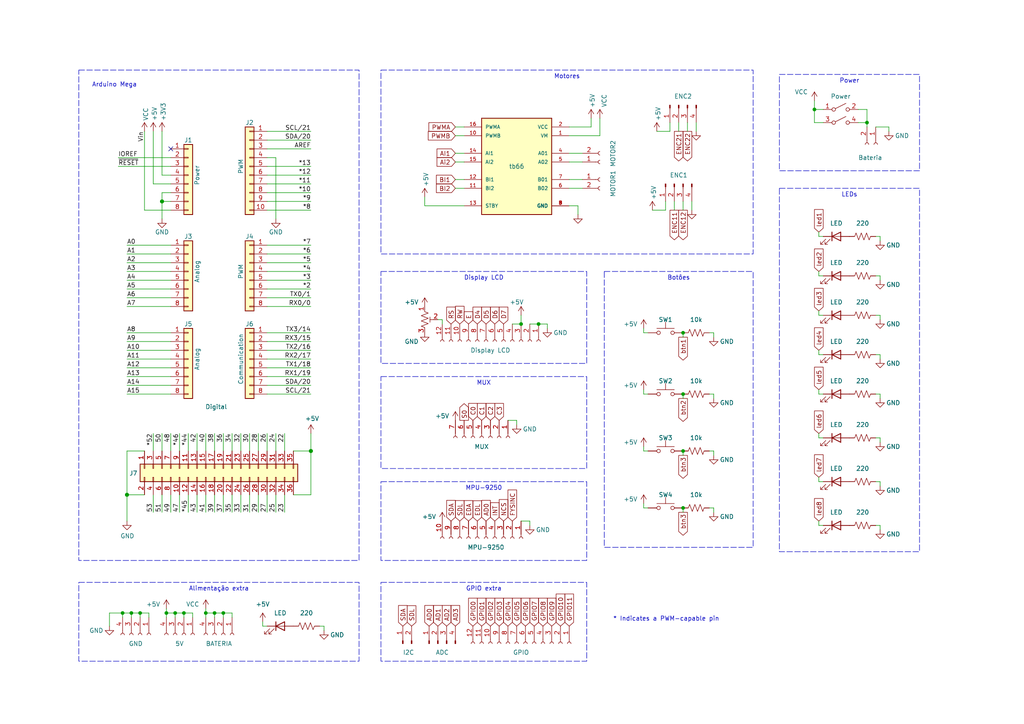
<source format=kicad_sch>
(kicad_sch (version 20230121) (generator eeschema)
  (paper "A4")
  (title_block (title "MOUSE ROBOT") (date "mar. 31 mars 2015"))
  (junction (at 36.83 143.51) (diameter 1.016))
  (junction (at 198.12 114.3))
  (junction (at 40.64 177.8))
  (junction (at 38.1 177.8))
  (junction (at 198.12 96.52))
  (junction (at 46.99 58.42) (diameter 1.016))
  (junction (at 50.8 177.8))
  (junction (at 62.23 177.8))
  (junction (at 236.22 31.75))
  (junction (at 151.13 93.98))
  (junction (at 53.34 177.8))
  (junction (at 35.56 177.8))
  (junction (at 64.77 177.8))
  (junction (at 59.69 177.8))
  (junction (at 48.26 177.8))
  (junction (at 156.21 93.98))
  (junction (at 198.12 147.32))
  (junction (at 198.12 130.81))
  (junction (at 251.46 35.56))
  (junction (at 90.17 130.81) (diameter 1.016))
  (no_connect (at 49.53 43.18))
  (wire (pts (xy 92.71 181.61) (xy 93.98 181.61)))
  (wire (pts (xy 77.47 88.9) (xy 90.17 88.9)))
  (wire (pts (xy 207.01 130.81) (xy 207.01 132.08)))
  (wire (pts (xy 132.08 39.37) (xy 134.62 39.37)))
  (wire (pts (xy 31.75 181.61) (xy 31.75 177.8)))
  (wire (pts (xy 36.83 88.9) (xy 49.53 88.9)))
  (wire (pts (xy 153.67 152.4) (xy 153.67 151.13)))
  (wire (pts (xy 237.49 113.03) (xy 237.49 114.3)))
  (wire (pts (xy 64.77 177.8) (xy 62.23 177.8)))
  (wire (pts (xy 198.12 132.08) (xy 198.12 130.81)))
  (wire (pts (xy 77.47 55.88) (xy 90.17 55.88)))
  (wire (pts (xy 59.69 125.73) (xy 59.69 130.81)))
  (wire (pts (xy 158.75 95.25) (xy 158.75 93.98)))
  (wire (pts (xy 186.69 130.81) (xy 187.96 130.81)))
  (wire (pts (xy 31.75 177.8) (xy 35.56 177.8)))
  (wire (pts (xy 237.49 91.44) (xy 238.76 91.44)))
  (wire (pts (xy 77.47 38.1) (xy 90.17 38.1)))
  (wire (pts (xy 62.23 125.73) (xy 62.23 130.81)))
  (wire (pts (xy 237.49 90.17) (xy 237.49 91.44)))
  (wire (pts (xy 194.31 35.56) (xy 194.31 38.1)))
  (wire (pts (xy 237.49 138.43) (xy 237.49 139.7)))
  (wire (pts (xy 255.27 127) (xy 255.27 128.27)))
  (wire (pts (xy 90.17 130.81) (xy 90.17 143.51)))
  (wire (pts (xy 165.1 39.37) (xy 173.99 39.37)))
  (wire (pts (xy 171.45 36.83) (xy 171.45 34.29)))
  (wire (pts (xy 41.91 130.81) (xy 36.83 130.81)))
  (wire (pts (xy 255.27 68.58) (xy 255.27 69.85)))
  (wire (pts (xy 77.47 101.6) (xy 90.17 101.6)))
  (wire (pts (xy 46.99 55.88) (xy 46.99 58.42)))
  (wire (pts (xy 255.27 152.4) (xy 255.27 153.67)))
  (wire (pts (xy 193.04 60.96) (xy 189.23 60.96)))
  (wire (pts (xy 64.77 143.51) (xy 64.77 148.59)))
  (wire (pts (xy 36.83 83.82) (xy 49.53 83.82)))
  (wire (pts (xy 35.56 177.8) (xy 35.56 179.07)))
  (wire (pts (xy 254 80.01) (xy 255.27 80.01)))
  (wire (pts (xy 69.85 125.73) (xy 69.85 130.81)))
  (wire (pts (xy 237.49 114.3) (xy 238.76 114.3)))
  (wire (pts (xy 46.99 125.73) (xy 46.99 130.81)))
  (wire (pts (xy 82.55 125.73) (xy 82.55 130.81)))
  (wire (pts (xy 196.85 35.56) (xy 196.85 38.1)))
  (wire (pts (xy 62.23 179.07) (xy 62.23 177.8)))
  (wire (pts (xy 132.08 36.83) (xy 134.62 36.83)))
  (wire (pts (xy 165.1 44.45) (xy 168.91 44.45)))
  (wire (pts (xy 194.31 38.1) (xy 190.5 38.1)))
  (wire (pts (xy 46.99 58.42) (xy 46.99 63.5)))
  (wire (pts (xy 186.69 113.03) (xy 186.69 114.3)))
  (wire (pts (xy 77.47 143.51) (xy 77.47 148.59)))
  (wire (pts (xy 153.67 151.13) (xy 151.13 151.13)))
  (wire (pts (xy 254 152.4) (xy 255.27 152.4)))
  (wire (pts (xy 198.12 115.57) (xy 198.12 114.3)))
  (wire (pts (xy 46.99 50.8) (xy 49.53 50.8)))
  (wire (pts (xy 57.15 125.73) (xy 57.15 130.81)))
  (wire (pts (xy 193.04 60.96) (xy 193.04 58.42)))
  (wire (pts (xy 44.45 53.34) (xy 49.53 53.34)))
  (wire (pts (xy 67.31 143.51) (xy 67.31 148.59)))
  (wire (pts (xy 44.45 38.1) (xy 44.45 53.34)))
  (wire (pts (xy 36.83 114.3) (xy 49.53 114.3)))
  (wire (pts (xy 52.07 143.51) (xy 52.07 148.59)))
  (wire (pts (xy 74.93 143.51) (xy 74.93 148.59)))
  (wire (pts (xy 237.49 139.7) (xy 238.76 139.7)))
  (wire (pts (xy 77.47 48.26) (xy 90.17 48.26)))
  (wire (pts (xy 148.59 93.98) (xy 151.13 93.98)))
  (wire (pts (xy 132.08 54.61) (xy 134.62 54.61)))
  (wire (pts (xy 50.8 179.07) (xy 50.8 177.8)))
  (wire (pts (xy 46.99 38.1) (xy 46.99 50.8)))
  (wire (pts (xy 77.47 71.12) (xy 90.17 71.12)))
  (wire (pts (xy 149.86 123.19) (xy 149.86 121.92)))
  (wire (pts (xy 49.53 71.12) (xy 36.83 71.12)))
  (wire (pts (xy 255.27 102.87) (xy 255.27 104.14)))
  (wire (pts (xy 237.49 125.73) (xy 237.49 127)))
  (wire (pts (xy 201.93 35.56) (xy 201.93 38.1)))
  (wire (pts (xy 77.47 50.8) (xy 90.17 50.8)))
  (wire (pts (xy 49.53 111.76) (xy 36.83 111.76)))
  (wire (pts (xy 254 114.3) (xy 255.27 114.3)))
  (wire (pts (xy 77.47 73.66) (xy 90.17 73.66)))
  (wire (pts (xy 237.49 80.01) (xy 238.76 80.01)))
  (wire (pts (xy 257.81 38.1) (xy 257.81 36.83)))
  (wire (pts (xy 254 102.87) (xy 255.27 102.87)))
  (wire (pts (xy 255.27 91.44) (xy 255.27 92.71)))
  (wire (pts (xy 77.47 109.22) (xy 90.17 109.22)))
  (wire (pts (xy 165.1 54.61) (xy 168.91 54.61)))
  (wire (pts (xy 67.31 125.73) (xy 67.31 130.81)))
  (wire (pts (xy 128.27 92.71) (xy 128.27 93.98)))
  (wire (pts (xy 127 92.71) (xy 128.27 92.71)))
  (wire (pts (xy 36.83 130.81) (xy 36.83 143.51)))
  (wire (pts (xy 52.07 125.73) (xy 52.07 130.81)))
  (wire (pts (xy 41.91 143.51) (xy 36.83 143.51)))
  (wire (pts (xy 255.27 139.7) (xy 255.27 140.97)))
  (wire (pts (xy 151.13 91.44) (xy 151.13 93.98)))
  (wire (pts (xy 64.77 179.07) (xy 64.77 177.8)))
  (wire (pts (xy 67.31 177.8) (xy 64.77 177.8)))
  (wire (pts (xy 55.88 177.8) (xy 53.34 177.8)))
  (wire (pts (xy 198.12 148.59) (xy 198.12 147.32)))
  (wire (pts (xy 77.47 58.42) (xy 90.17 58.42)))
  (wire (pts (xy 74.93 125.73) (xy 74.93 130.81)))
  (wire (pts (xy 67.31 179.07) (xy 67.31 177.8)))
  (wire (pts (xy 205.74 114.3) (xy 207.01 114.3)))
  (wire (pts (xy 72.39 125.73) (xy 72.39 130.81)))
  (wire (pts (xy 54.61 143.51) (xy 54.61 148.59)))
  (wire (pts (xy 72.39 143.51) (xy 72.39 148.59)))
  (wire (pts (xy 49.53 143.51) (xy 49.53 148.59)))
  (wire (pts (xy 80.01 125.73) (xy 80.01 130.81)))
  (wire (pts (xy 251.46 31.75) (xy 251.46 35.56)))
  (wire (pts (xy 40.64 177.8) (xy 43.18 177.8)))
  (wire (pts (xy 77.47 78.74) (xy 90.17 78.74)))
  (wire (pts (xy 254 91.44) (xy 255.27 91.44)))
  (wire (pts (xy 59.69 143.51) (xy 59.69 148.59)))
  (wire (pts (xy 54.61 125.73) (xy 54.61 130.81)))
  (wire (pts (xy 34.29 45.72) (xy 49.53 45.72)))
  (wire (pts (xy 173.99 34.29) (xy 173.99 39.37)))
  (wire (pts (xy 254 68.58) (xy 255.27 68.58)))
  (wire (pts (xy 207.01 96.52) (xy 207.01 97.79)))
  (wire (pts (xy 35.56 177.8) (xy 38.1 177.8)))
  (wire (pts (xy 132.08 44.45) (xy 134.62 44.45)))
  (wire (pts (xy 48.26 176.53) (xy 48.26 177.8)))
  (wire (pts (xy 77.47 99.06) (xy 90.17 99.06)))
  (wire (pts (xy 90.17 125.73) (xy 90.17 130.81)))
  (wire (pts (xy 200.66 58.42) (xy 200.66 60.96)))
  (wire (pts (xy 236.22 35.56) (xy 236.22 31.75)))
  (wire (pts (xy 251.46 35.56) (xy 251.46 36.83)))
  (wire (pts (xy 80.01 45.72) (xy 80.01 63.5)))
  (wire (pts (xy 205.74 96.52) (xy 207.01 96.52)))
  (wire (pts (xy 77.47 114.3) (xy 90.17 114.3)))
  (wire (pts (xy 59.69 177.8) (xy 59.69 179.07)))
  (wire (pts (xy 186.69 129.54) (xy 186.69 130.81)))
  (wire (pts (xy 77.47 43.18) (xy 90.17 43.18)))
  (wire (pts (xy 85.09 130.81) (xy 90.17 130.81)))
  (wire (pts (xy 132.08 46.99) (xy 134.62 46.99)))
  (wire (pts (xy 77.47 106.68) (xy 90.17 106.68)))
  (wire (pts (xy 36.83 104.14) (xy 49.53 104.14)))
  (wire (pts (xy 134.62 59.69) (xy 123.19 59.69)))
  (wire (pts (xy 49.53 76.2) (xy 36.83 76.2)))
  (wire (pts (xy 34.29 48.26) (xy 49.53 48.26)))
  (wire (pts (xy 77.47 96.52) (xy 90.17 96.52)))
  (wire (pts (xy 165.1 46.99) (xy 168.91 46.99)))
  (wire (pts (xy 49.53 58.42) (xy 46.99 58.42)))
  (wire (pts (xy 165.1 52.07) (xy 168.91 52.07)))
  (wire (pts (xy 165.1 36.83) (xy 171.45 36.83)))
  (wire (pts (xy 254 139.7) (xy 255.27 139.7)))
  (wire (pts (xy 165.1 59.69) (xy 167.64 59.69)))
  (wire (pts (xy 186.69 146.05) (xy 186.69 147.32)))
  (wire (pts (xy 38.1 177.8) (xy 40.64 177.8)))
  (wire (pts (xy 186.69 114.3) (xy 187.96 114.3)))
  (wire (pts (xy 50.8 177.8) (xy 48.26 177.8)))
  (wire (pts (xy 49.53 60.96) (xy 41.91 60.96)))
  (wire (pts (xy 236.22 31.75) (xy 236.22 29.21)))
  (wire (pts (xy 158.75 93.98) (xy 156.21 93.98)))
  (wire (pts (xy 44.45 125.73) (xy 44.45 130.81)))
  (wire (pts (xy 76.2 180.34) (xy 76.2 181.61)))
  (wire (pts (xy 36.83 73.66) (xy 49.53 73.66)))
  (wire (pts (xy 167.64 59.69) (xy 167.64 62.23)))
  (wire (pts (xy 207.01 147.32) (xy 207.01 148.59)))
  (wire (pts (xy 46.99 143.51) (xy 46.99 148.59)))
  (wire (pts (xy 205.74 147.32) (xy 207.01 147.32)))
  (wire (pts (xy 237.49 151.13) (xy 237.49 152.4)))
  (wire (pts (xy 40.64 177.8) (xy 40.64 179.07)))
  (wire (pts (xy 238.76 31.75) (xy 236.22 31.75)))
  (wire (pts (xy 237.49 127) (xy 238.76 127)))
  (wire (pts (xy 248.92 35.56) (xy 251.46 35.56)))
  (wire (pts (xy 69.85 143.51) (xy 69.85 148.59)))
  (wire (pts (xy 62.23 177.8) (xy 59.69 177.8)))
  (wire (pts (xy 49.53 101.6) (xy 36.83 101.6)))
  (wire (pts (xy 53.34 177.8) (xy 50.8 177.8)))
  (wire (pts (xy 44.45 143.51) (xy 44.45 148.59)))
  (wire (pts (xy 255.27 80.01) (xy 255.27 81.28)))
  (wire (pts (xy 77.47 104.14) (xy 90.17 104.14)))
  (wire (pts (xy 77.47 45.72) (xy 80.01 45.72)))
  (wire (pts (xy 62.23 143.51) (xy 62.23 148.59)))
  (wire (pts (xy 237.49 68.58) (xy 238.76 68.58)))
  (wire (pts (xy 55.88 179.07) (xy 55.88 177.8)))
  (wire (pts (xy 49.53 55.88) (xy 46.99 55.88)))
  (wire (pts (xy 237.49 78.74) (xy 237.49 80.01)))
  (wire (pts (xy 36.83 109.22) (xy 49.53 109.22)))
  (wire (pts (xy 254 127) (xy 255.27 127)))
  (wire (pts (xy 77.47 125.73) (xy 77.47 130.81)))
  (wire (pts (xy 48.26 177.8) (xy 48.26 179.07)))
  (wire (pts (xy 77.47 53.34) (xy 90.17 53.34)))
  (wire (pts (xy 198.12 58.42) (xy 198.12 60.96)))
  (wire (pts (xy 64.77 125.73) (xy 64.77 130.81)))
  (wire (pts (xy 36.83 99.06) (xy 49.53 99.06)))
  (wire (pts (xy 186.69 147.32) (xy 187.96 147.32)))
  (wire (pts (xy 195.58 58.42) (xy 195.58 60.96)))
  (wire (pts (xy 77.47 76.2) (xy 90.17 76.2)))
  (wire (pts (xy 38.1 177.8) (xy 38.1 179.07)))
  (wire (pts (xy 36.83 78.74) (xy 49.53 78.74)))
  (wire (pts (xy 49.53 125.73) (xy 49.53 130.81)))
  (wire (pts (xy 255.27 114.3) (xy 255.27 115.57)))
  (wire (pts (xy 186.69 96.52) (xy 187.96 96.52)))
  (wire (pts (xy 77.47 111.76) (xy 90.17 111.76)))
  (wire (pts (xy 123.19 59.69) (xy 123.19 57.15)))
  (wire (pts (xy 254 36.83) (xy 257.81 36.83)))
  (wire (pts (xy 90.17 143.51) (xy 85.09 143.51)))
  (wire (pts (xy 49.53 96.52) (xy 36.83 96.52)))
  (wire (pts (xy 149.86 121.92) (xy 147.32 121.92)))
  (wire (pts (xy 237.49 67.31) (xy 237.49 68.58)))
  (wire (pts (xy 76.2 181.61) (xy 77.47 181.61)))
  (wire (pts (xy 153.67 93.98) (xy 156.21 93.98)))
  (wire (pts (xy 59.69 176.53) (xy 59.69 177.8)))
  (wire (pts (xy 237.49 101.6) (xy 237.49 102.87)))
  (wire (pts (xy 82.55 143.51) (xy 82.55 148.59)))
  (wire (pts (xy 93.98 181.61) (xy 93.98 182.88)))
  (wire (pts (xy 238.76 35.56) (xy 236.22 35.56)))
  (wire (pts (xy 77.47 40.64) (xy 90.17 40.64)))
  (wire (pts (xy 80.01 143.51) (xy 80.01 148.59)))
  (wire (pts (xy 77.47 83.82) (xy 90.17 83.82)))
  (wire (pts (xy 205.74 130.81) (xy 207.01 130.81)))
  (wire (pts (xy 77.47 81.28) (xy 90.17 81.28)))
  (wire (pts (xy 132.08 52.07) (xy 134.62 52.07)))
  (wire (pts (xy 57.15 143.51) (xy 57.15 148.59)))
  (wire (pts (xy 237.49 152.4) (xy 238.76 152.4)))
  (wire (pts (xy 53.34 179.07) (xy 53.34 177.8)))
  (wire (pts (xy 199.39 35.56) (xy 199.39 38.1)))
  (wire (pts (xy 237.49 102.87) (xy 238.76 102.87)))
  (wire (pts (xy 207.01 114.3) (xy 207.01 115.57)))
  (wire (pts (xy 77.47 86.36) (xy 90.17 86.36)))
  (wire (pts (xy 49.53 106.68) (xy 36.83 106.68)))
  (wire (pts (xy 198.12 97.79) (xy 198.12 96.52)))
  (wire (pts (xy 186.69 95.25) (xy 186.69 96.52)))
  (wire (pts (xy 41.91 60.96) (xy 41.91 38.1)))
  (wire (pts (xy 36.83 143.51) (xy 36.83 151.13)))
  (wire (pts (xy 43.18 177.8) (xy 43.18 179.07)))
  (wire (pts (xy 49.53 86.36) (xy 36.83 86.36)))
  (wire (pts (xy 49.53 81.28) (xy 36.83 81.28)))
  (wire (pts (xy 248.92 31.75) (xy 251.46 31.75)))
  (wire (pts (xy 77.47 60.96) (xy 90.17 60.96)))
  (rectangle (start 22.86 20.32) (end 104.14 162.56) (stroke (width 0) (type dash)))
  (text_box "MUX\n" (at 110.49 109.22 0) (size 59.69 26.67) (stroke (width 0) (type dash)) (effects (font (size 1.27 1.27)) (justify top)))
  (text_box "Display LCD\n" (at 110.49 78.74 0) (size 59.69 26.67) (stroke (width 0) (type dash)) (effects (font (size 1.27 1.27)) (justify top)))
  (text_box "GPIO extra\n\n" (at 110.49 168.91 0) (size 59.69 22.86) (stroke (width 0) (type dash)) (effects (font (size 1.27 1.27)) (justify top)))
  (text_box "MPU-9250\n\n" (at 110.49 139.7 0) (size 59.69 22.86) (stroke (width 0) (type dash)) (effects (font (size 1.27 1.27)) (justify top)))
  (text_box "Botôes\n" (at 175.26 78.74 0) (size 43.18 80.01) (stroke (width 0) (type dash)) (effects (font (size 1.27 1.27)) (justify top)))
  (text_box "Alimentaçâo extra\n\n" (at 22.86 168.91 0) (size 81.28 22.86) (stroke (width 0) (type dash)) (effects (font (size 1.27 1.27)) (justify top)))
  (text_box "Power\n" (at 226.06 21.59 0) (size 40.64 27.94) (stroke (width 0) (type dash)) (effects (font (size 1.27 1.27)) (justify top)))
  (text_box "LEDs\n\n" (at 226.06 54.61 0) (size 40.64 105.41) (stroke (width 0) (type dash)) (effects (font (size 1.27 1.27)) (justify top)))
  (text_box "Motores\n" (at 110.49 20.32 0) (size 107.95 53.34) (stroke (width 0) (type dash)) (effects (font (size 1.27 1.27)) (justify top)))
  (text "Arduino Mega" (at 26.67 25.4 0) (effects (font (size 1.27 1.27)) (justify left bottom)))
  (text "* Indicates a PWM-capable pin" (at 177.8 180.34 0) (effects (font (size 1.27 1.27)) (justify left bottom)))
  (label "A10" (at 36.83 101.6 0))
  (label "RX0{slash}0" (at 90.17 88.9 180))
  (label "A15" (at 36.83 114.3 0))
  (label "A2" (at 36.83 76.2 0))
  (label "RX2{slash}17" (at 90.17 104.14 180))
  (label "*4" (at 90.17 78.74 180))
  (label "SDA{slash}20" (at 90.17 111.76 180))
  (label "26" (at 77.47 125.73 270))
  (label "31" (at 72.39 148.59 90))
  (label "22" (at 82.55 125.73 270))
  (label "33" (at 69.85 148.59 90))
  (label "36" (at 64.77 125.73 270))
  (label "*2" (at 90.17 83.82 180))
  (label "TX1{slash}18" (at 90.17 106.68 180))
  (label "*44" (at 54.61 125.73 270))
  (label "A3" (at 36.83 78.74 0))
  (label "*13" (at 90.17 48.26 180))
  (label "*52" (at 44.45 125.73 270))
  (label "*12" (at 90.17 50.8 180))
  (label "40" (at 59.69 125.73 270))
  (label "~{RESET}" (at 34.29 48.26 0))
  (label "35" (at 67.31 148.59 90))
  (label "*10" (at 90.17 55.88 180))
  (label "28" (at 74.93 125.73 270))
  (label "23" (at 82.55 148.59 90))
  (label "29" (at 74.93 148.59 90))
  (label "A13" (at 36.83 109.22 0))
  (label "41" (at 59.69 148.59 90))
  (label "30" (at 72.39 125.73 270))
  (label "47" (at 52.07 148.59 90))
  (label "34" (at 67.31 125.73 270))
  (label "*45" (at 54.61 148.59 90))
  (label "38" (at 62.23 125.73 270))
  (label "51" (at 46.99 148.59 90))
  (label "*7" (at 90.17 71.12 180))
  (label "SDA{slash}20" (at 90.17 40.64 180))
  (label "*8" (at 90.17 60.96 180))
  (label "A9" (at 36.83 99.06 0))
  (label "*11" (at 90.17 53.34 180))
  (label "*3" (at 90.17 81.28 180))
  (label "A6" (at 36.83 86.36 0))
  (label "42" (at 57.15 125.73 270))
  (label "A1" (at 36.83 73.66 0))
  (label "53" (at 44.45 148.59 90))
  (label "TX0{slash}1" (at 90.17 86.36 180))
  (label "24" (at 80.01 125.73 270))
  (label "RX1{slash}19" (at 90.17 109.22 180))
  (label "A0" (at 36.83 71.12 0))
  (label "AREF" (at 90.17 43.18 180))
  (label "A14" (at 36.83 111.76 0))
  (label "39" (at 62.23 148.59 90))
  (label "A8" (at 36.83 96.52 0))
  (label "Vin" (at 41.91 38.1 270))
  (label "27" (at 77.47 148.59 90))
  (label "37" (at 64.77 148.59 90))
  (label "25" (at 80.01 148.59 90))
  (label "*6" (at 90.17 73.66 180))
  (label "*46" (at 52.07 125.73 270))
  (label "SCL{slash}21" (at 90.17 38.1 180))
  (label "*9" (at 90.17 58.42 180))
  (label "50" (at 46.99 125.73 270))
  (label "TX2{slash}16" (at 90.17 101.6 180))
  (label "*5" (at 90.17 76.2 180))
  (label "IOREF" (at 34.29 45.72 0))
  (label "A7" (at 36.83 88.9 0))
  (label "A11" (at 36.83 104.14 0))
  (label "A4" (at 36.83 81.28 0))
  (label "49" (at 49.53 148.59 90))
  (label "A5" (at 36.83 83.82 0))
  (label "RX3{slash}15" (at 90.17 99.06 180))
  (label "TX3{slash}14" (at 90.17 96.52 180))
  (label "32" (at 69.85 125.73 270))
  (label "43" (at 57.15 148.59 90))
  (label "A12" (at 36.83 106.68 0))
  (label "SCL{slash}21" (at 90.17 114.3 180))
  (label "48" (at 49.53 125.73 270))
  (global_label "led5" (shape input) (at 237.49 113.03 90) (property "Intersheetrefs" "${INTERSHEET_REFS}" (effects hide)))
  (global_label "GPIO0" (shape input) (at 137.16 181.61 90) (property "Intersheetrefs" "${INTERSHEET_REFS}" (effects hide)))
  (global_label "btn3" (shape output) (at 198.12 148.59 270) (property "Intersheetrefs" "${INTERSHEET_REFS}" (effects hide)))
  (global_label "BI2" (shape input) (at 132.08 54.61 180) (property "Intersheetrefs" "${INTERSHEET_REFS}" (effects hide)))
  (global_label "AD2" (shape input) (at 129.54 181.61 90) (property "Intersheetrefs" "${INTERSHEET_REFS}" (effects hide)))
  (global_label "SDL" (shape input) (at 119.38 181.61 90) (property "Intersheetrefs" "${INTERSHEET_REFS}" (effects hide)))
  (global_label "GPIO11" (shape input) (at 165.1 181.61 90) (property "Intersheetrefs" "${INTERSHEET_REFS}" (effects hide)))
  (global_label "btn1" (shape output) (at 198.12 97.79 270) (property "Intersheetrefs" "${INTERSHEET_REFS}" (effects hide)))
  (global_label "RW" (shape input) (at 133.35 93.98 90) (property "Intersheetrefs" "${INTERSHEET_REFS}" (effects hide)))
  (global_label "SDA" (shape input) (at 130.81 151.13 90) (property "Intersheetrefs" "${INTERSHEET_REFS}" (effects hide)))
  (global_label "AD1" (shape input) (at 127 181.61 90) (property "Intersheetrefs" "${INTERSHEET_REFS}" (effects hide)))
  (global_label "led7" (shape input) (at 237.49 138.43 90) (property "Intersheetrefs" "${INTERSHEET_REFS}" (effects hide)))
  (global_label "Ai2" (shape input) (at 132.08 46.99 180) (property "Intersheetrefs" "${INTERSHEET_REFS}" (effects hide)))
  (global_label "GPIO5" (shape input) (at 149.86 181.61 90) (property "Intersheetrefs" "${INTERSHEET_REFS}" (effects hide)))
  (global_label "AD0" (shape input) (at 124.46 181.61 90) (property "Intersheetrefs" "${INTERSHEET_REFS}" (effects hide)))
  (global_label "INT" (shape input) (at 143.51 151.13 90) (property "Intersheetrefs" "${INTERSHEET_REFS}" (effects hide)))
  (global_label "EDL" (shape input) (at 138.43 151.13 90) (property "Intersheetrefs" "${INTERSHEET_REFS}" (effects hide)))
  (global_label "C1" (shape input) (at 139.7 121.92 90) (property "Intersheetrefs" "${INTERSHEET_REFS}" (effects hide)))
  (global_label "led1" (shape input) (at 237.49 67.31 90) (property "Intersheetrefs" "${INTERSHEET_REFS}" (effects hide)))
  (global_label "S0" (shape output) (at 134.62 121.92 90) (property "Intersheetrefs" "${INTERSHEET_REFS}" (effects hide)))
  (global_label "led8" (shape input) (at 237.49 151.13 90) (property "Intersheetrefs" "${INTERSHEET_REFS}" (effects hide)))
  (global_label "PWMA" (shape input) (at 132.08 36.83 180) (property "Intersheetrefs" "${INTERSHEET_REFS}" (effects hide)))
  (global_label "GPIO1" (shape input) (at 139.7 181.61 90) (property "Intersheetrefs" "${INTERSHEET_REFS}" (effects hide)))
  (global_label "D7" (shape input) (at 146.05 93.98 90) (property "Intersheetrefs" "${INTERSHEET_REFS}" (effects hide)))
  (global_label "btn3" (shape output) (at 198.12 132.08 270) (property "Intersheetrefs" "${INTERSHEET_REFS}" (effects hide)))
  (global_label "GPIO10" (shape input) (at 162.56 181.61 90) (property "Intersheetrefs" "${INTERSHEET_REFS}" (effects hide)))
  (global_label "led3" (shape input) (at 237.49 90.17 90) (property "Intersheetrefs" "${INTERSHEET_REFS}" (effects hide)))
  (global_label "SDL" (shape input) (at 133.35 151.13 90) (property "Intersheetrefs" "${INTERSHEET_REFS}" (effects hide)))
  (global_label "D5" (shape input) (at 140.97 93.98 90) (property "Intersheetrefs" "${INTERSHEET_REFS}" (effects hide)))
  (global_label "GPIO2" (shape input) (at 142.24 181.61 90) (property "Intersheetrefs" "${INTERSHEET_REFS}" (effects hide)))
  (global_label "ENC11" (shape output) (at 195.58 60.96 270) (property "Intersheetrefs" "${INTERSHEET_REFS}" (effects hide)))
  (global_label "btn2" (shape output) (at 198.12 115.57 270) (property "Intersheetrefs" "${INTERSHEET_REFS}" (effects hide)))
  (global_label "GPIO7" (shape input) (at 154.94 181.61 90) (property "Intersheetrefs" "${INTERSHEET_REFS}" (effects hide)))
  (global_label "GPIO9" (shape input) (at 160.02 181.61 90) (property "Intersheetrefs" "${INTERSHEET_REFS}" (effects hide)))
  (global_label "ENC12" (shape output) (at 198.12 60.96 270) (property "Intersheetrefs" "${INTERSHEET_REFS}" (effects hide)))
  (global_label "NCS" (shape input) (at 146.05 151.13 90) (property "Intersheetrefs" "${INTERSHEET_REFS}" (effects hide)))
  (global_label "D4" (shape input) (at 138.43 93.98 90) (property "Intersheetrefs" "${INTERSHEET_REFS}" (effects hide)))
  (global_label "GPIO4" (shape input) (at 147.32 181.61 90) (property "Intersheetrefs" "${INTERSHEET_REFS}" (effects hide)))
  (global_label "GPIO3" (shape input) (at 144.78 181.61 90) (property "Intersheetrefs" "${INTERSHEET_REFS}" (effects hide)))
  (global_label "RS" (shape input) (at 130.81 93.98 90) (property "Intersheetrefs" "${INTERSHEET_REFS}" (effects hide)))
  (global_label "C2" (shape input) (at 142.24 121.92 90) (property "Intersheetrefs" "${INTERSHEET_REFS}" (effects hide)))
  (global_label "led4" (shape input) (at 237.49 101.6 90) (property "Intersheetrefs" "${INTERSHEET_REFS}" (effects hide)))
  (global_label "GPIO8" (shape input) (at 157.48 181.61 90) (property "Intersheetrefs" "${INTERSHEET_REFS}" (effects hide)))
  (global_label "GPIO6" (shape input) (at 152.4 181.61 90) (property "Intersheetrefs" "${INTERSHEET_REFS}" (effects hide)))
  (global_label "ENC21" (shape output) (at 196.85 38.1 270) (property "Intersheetrefs" "${INTERSHEET_REFS}" (effects hide)))
  (global_label "EDA" (shape input) (at 135.89 151.13 90) (property "Intersheetrefs" "${INTERSHEET_REFS}" (effects hide)))
  (global_label "E" (shape input) (at 135.89 93.98 90) (property "Intersheetrefs" "${INTERSHEET_REFS}" (effects hide)))
  (global_label "BI1" (shape input) (at 132.08 52.07 180) (property "Intersheetrefs" "${INTERSHEET_REFS}" (effects hide)))
  (global_label "PWMB" (shape input) (at 132.08 39.37 180) (property "Intersheetrefs" "${INTERSHEET_REFS}" (effects hide)))
  (global_label "SDA" (shape input) (at 116.84 181.61 90) (property "Intersheetrefs" "${INTERSHEET_REFS}" (effects hide)))
  (global_label "led2" (shape input) (at 237.49 78.74 90) (property "Intersheetrefs" "${INTERSHEET_REFS}" (effects hide)))
  (global_label "AD0" (shape input) (at 140.97 151.13 90) (property "Intersheetrefs" "${INTERSHEET_REFS}" (effects hide)))
  (global_label "led6" (shape input) (at 237.49 125.73 90) (property "Intersheetrefs" "${INTERSHEET_REFS}" (effects hide)))
  (global_label "ENC22" (shape output) (at 199.39 38.1 270) (property "Intersheetrefs" "${INTERSHEET_REFS}" (effects hide)))
  (global_label "AI1" (shape input) (at 132.08 44.45 180) (property "Intersheetrefs" "${INTERSHEET_REFS}" (effects hide)))
  (global_label "D6" (shape input) (at 143.51 93.98 90) (property "Intersheetrefs" "${INTERSHEET_REFS}" (effects hide)))
  (global_label "C0" (shape input) (at 137.16 121.92 90) (property "Intersheetrefs" "${INTERSHEET_REFS}" (effects hide)))
  (global_label "C3" (shape input) (at 144.78 121.92 90) (property "Intersheetrefs" "${INTERSHEET_REFS}" (effects hide)))
  (global_label "AD3" (shape input) (at 132.08 181.61 90) (property "Intersheetrefs" "${INTERSHEET_REFS}" (effects hide)))
  (global_label "FYSINC" (shape input) (at 148.59 151.13 90) (property "Intersheetrefs" "${INTERSHEET_REFS}" (effects hide)))
  (symbol (lib_id "Connector_Generic:Conn_01x08") (at 54.61 50.8 0) (unit 1)
    (property "Reference" "J1" (at 54.61 40.64 0))
    (property "Value" "Power" (at 57.15 50.8 90))
    (property "Footprint" "Connector_PinSocket_2.54mm:PinSocket_1x08_P2.54mm_Vertical" (effects hide))
  )
  (symbol (lib_id "power:+3V3") (at 46.99 38.1 0) (unit 1)
    (property "Reference" "#PWR03" (effects hide))
    (property "Value" "+3.3V" (at 47.371 35.052 90) (effects (justify left)))
  )
  (symbol (lib_id "power:+5V") (at 44.45 38.1 0) (unit 1)
    (property "Reference" "#PWR02" (effects hide))
    (property "Value" "+5V" (at 44.8056 35.052 90) (effects (justify left)))
  )
  (symbol (lib_id "power:GND") (at 46.99 63.5 0) (unit 1)
    (property "Reference" "#PWR04" (effects hide))
    (property "Value" "GND" (at 46.99 67.31 0))
  )
  (symbol (lib_id "Connector_Generic:Conn_01x10") (at 72.39 48.26 0) (mirror y) (unit 1)
    (property "Reference" "J2" (at 72.39 35.56 0))
    (property "Value" "PWM" (at 69.85 48.26 90))
    (property "Footprint" "Connector_PinSocket_2.54mm:PinSocket_1x10_P2.54mm_Vertical" (effects hide))
  )
  (symbol (lib_id "power:GND") (at 80.01 63.5 0) (unit 1)
    (property "Reference" "#PWR05" (effects hide))
    (property "Value" "GND" (at 80.01 67.31 0))
  )
  (symbol (lib_id "Connector_Generic:Conn_01x08") (at 54.61 78.74 0) (unit 1)
    (property "Reference" "J3" (at 54.61 68.58 0))
    (property "Value" "Analog" (at 57.15 78.74 90))
    (property "Footprint" "Connector_PinSocket_2.54mm:PinSocket_1x08_P2.54mm_Vertical" (effects hide))
  )
  (symbol (lib_id "Connector_Generic:Conn_01x08") (at 72.39 78.74 0) (mirror y) (unit 1)
    (property "Reference" "J4" (at 72.39 68.58 0))
    (property "Value" "PWM" (at 69.85 78.74 90))
    (property "Footprint" "Connector_PinSocket_2.54mm:PinSocket_1x08_P2.54mm_Vertical" (effects hide))
  )
  (symbol (lib_id "Connector_Generic:Conn_01x08") (at 54.61 104.14 0) (unit 1)
    (property "Reference" "J5" (at 54.61 93.98 0))
    (property "Value" "Analog" (at 57.15 104.14 90))
    (property "Footprint" "Connector_PinSocket_2.54mm:PinSocket_1x08_P2.54mm_Vertical" (effects hide))
  )
  (symbol (lib_id "Connector_Generic:Conn_01x08") (at 72.39 104.14 0) (mirror y) (unit 1)
    (property "Reference" "J6" (at 72.39 93.98 0))
    (property "Value" "Communication" (at 69.85 104.14 90))
    (property "Footprint" "Connector_PinSocket_2.54mm:PinSocket_1x08_P2.54mm_Vertical" (effects hide))
  )
  (symbol (lib_id "Connector_Generic:Conn_02x18_Odd_Even") (at 62.23 135.89 90) (mirror x) (unit 1)
    (property "Reference" "J7" (at 39.8779 137.2806 90) (effects (justify left)))
    (property "Value" "Digital" (at 62.738 117.983 90))
    (property "Footprint" "Connector_PinSocket_2.54mm:PinSocket_2x18_P2.54mm_Vertical" (effects hide))
  )
  (symbol (lib_id "power:GND") (at 36.83 151.13 0) (unit 1)
    (property "Reference" "#PWR07" (effects hide))
    (property "Value" "GND" (at 36.9443 155.4544 0))
  )
  (symbol (lib_id "power:+5V") (at 90.17 125.73 0) (unit 1)
    (property "Reference" "#PWR06" (effects hide))
    (property "Value" "+5V" (at 90.5383 121.4056 0))
  )
  (symbol (lib_id "Device:LED") (at 242.57 102.87 0) (unit 1)
    (property "Reference" "D4" (effects hide))
    (property "Value" "LED" (at 242.57 99.06 0))
    (property "Footprint" "LED_SMD:LED_1206_3216Metric" (effects hide))
  )
  (symbol (lib_id "Connector:Conn_01x02_Pin") (at 116.84 186.69 90) (unit 1)
    (property "Reference" "J16" (effects hide))
    (property "Value" "I2C" (at 116.84 189.23 90) (effects (justify right)))
  )
  (symbol (lib_name "GND_1") (lib_id "power:GND") (at 255.27 140.97 0) (unit 1)
    (property "Reference" "#PWR029" (effects hide))
    (property "Value" "GND" (at 259.08 142.24 0))
  )
  (symbol (lib_id "Connector:Conn_01x04_Pin") (at 127 186.69 90) (unit 1)
    (property "Reference" "J15" (effects hide))
    (property "Value" "ADC" (at 128.27 189.23 90))
  )
  (symbol (lib_id "power:GND") (at 167.64 62.23 0) (unit 1)
    (property "Reference" "#PWR08" (effects hide))
    (property "Value" "GND" (effects hide))
  )
  (symbol (lib_name "VCC_1") (lib_id "power:VCC") (at 59.69 176.53 0) (unit 1)
    (property "Reference" "#PWR046" (effects hide))
    (property "Value" "VCC" (at 55.88 175.26 0))
  )
  (symbol (lib_id "Device:LED") (at 242.57 139.7 0) (unit 1)
    (property "Reference" "D7" (effects hide))
    (property "Value" "LED" (at 242.57 135.89 0))
    (property "Footprint" "LED_SMD:LED_1206_3216Metric" (effects hide))
  )
  (symbol (lib_id "Switch:SW_MEC_5G") (at 193.04 96.52 0) (unit 1)
    (property "Reference" "SW1" (at 193.04 92.71 0))
    (property "Value" "SW_MEC_5G" (effects hide))
    (property "Footprint" "Button_Switch_THT:SW_PUSH_6mm" (effects hide))
    (property "Datasheet" "http://www.apem.com/int/index.php?controller=attachment&id_attachment=488" (effects hide))
  )
  (symbol (lib_id "power:+5V") (at 190.5 38.1 0) (unit 1)
    (property "Reference" "#PWR010" (effects hide))
    (property "Value" "+5V" (at 190.8556 35.052 90) (effects (justify left)))
  )
  (symbol (lib_name "+5V_3") (lib_id "power:+5V") (at 76.2 180.34 0) (unit 1)
    (property "Reference" "#PWR042" (effects hide))
    (property "Value" "+5V" (at 76.2 175.26 0))
  )
  (symbol (lib_id "Device:LED") (at 242.57 152.4 0) (unit 1)
    (property "Reference" "D8" (effects hide))
    (property "Value" "LED" (at 242.57 148.59 0))
    (property "Footprint" "LED_SMD:LED_1206_3216Metric" (effects hide))
  )
  (symbol (lib_name "GND_1") (lib_id "power:GND") (at 255.27 104.14 0) (unit 1)
    (property "Reference" "#PWR026" (effects hide))
    (property "Value" "GND" (at 259.08 105.41 0))
  )
  (symbol (lib_name "GND_1") (lib_id "power:GND") (at 255.27 153.67 0) (unit 1)
    (property "Reference" "#PWR030" (effects hide))
    (property "Value" "GND" (at 259.08 154.94 0))
  )
  (symbol (lib_id "Connector:Conn_01x04_Socket") (at 40.64 184.15 270) (unit 1)
    (property "Reference" "J9" (effects hide))
    (property "Value" "GND" (at 39.37 186.69 90))
  )
  (symbol (lib_name "GND_1") (lib_id "power:GND") (at 207.01 97.79 0) (unit 1)
    (property "Reference" "#PWR015" (effects hide))
    (property "Value" "GND" (at 210.82 99.06 0))
  )
  (symbol (lib_id "power:GND") (at 200.66 60.96 0) (unit 1)
    (property "Reference" "#PWR012" (effects hide))
    (property "Value" "GND" (effects hide))
  )
  (symbol (lib_id "Switch:SW_MEC_5G") (at 193.04 147.32 0) (unit 1)
    (property "Reference" "SW4" (at 193.04 143.51 0))
    (property "Value" "SW_MEC_5G" (effects hide))
    (property "Footprint" "Button_Switch_THT:SW_PUSH_6mm" (effects hide))
    (property "Datasheet" "http://www.apem.com/int/index.php?controller=attachment&id_attachment=488" (effects hide))
  )
  (symbol (lib_id "Connector:Conn_01x04_Pin") (at 196.85 30.48 90) (mirror x) (unit 1)
    (property "Reference" "con4" (effects hide))
    (property "Value" "ENC2" (at 198.12 27.94 90))
    (property "Footprint" "Connector_Molex:Molex_KK-254_AE-6410-04A_1x04_P2.54mm_Vertical" (effects hide))
  )
  (symbol (lib_name "GND_1") (lib_id "power:GND") (at 255.27 81.28 0) (unit 1)
    (property "Reference" "#PWR024" (effects hide))
    (property "Value" "GND" (at 259.08 82.55 0))
  )
  (symbol (lib_id "Device:LED") (at 242.57 91.44 0) (unit 1)
    (property "Reference" "D3" (effects hide))
    (property "Value" "LED" (at 242.57 87.63 0))
    (property "Footprint" "LED_SMD:LED_1206_3216Metric" (effects hide))
  )
  (symbol (lib_id "Device:LED") (at 242.57 80.01 0) (unit 1)
    (property "Reference" "D2" (effects hide))
    (property "Value" "LED" (at 242.57 76.2 0))
    (property "Footprint" "LED_SMD:LED_1206_3216Metric" (effects hide))
  )
  (symbol (lib_name "+5V_1") (lib_id "power:+5V") (at 186.69 113.03 0) (unit 1)
    (property "Reference" "#PWR017" (effects hide))
    (property "Value" "+5V" (at 182.88 111.76 0))
  )
  (symbol (lib_id "Device:LED") (at 81.28 181.61 0) (unit 1)
    (property "Reference" "D9" (effects hide))
    (property "Value" "LED" (at 81.28 177.8 0))
    (property "Footprint" "LED_SMD:LED_1206_3216Metric" (effects hide))
  )
  (symbol (lib_id "Device:R_US") (at 201.93 96.52 270) (unit 1)
    (property "Reference" "R9" (effects hide))
    (property "Value" "10k" (at 201.93 92.71 90))
    (property "Footprint" "Resistor_SMD:R_1206_3216Metric" (effects hide))
  )
  (symbol (lib_id "Switch:SW_MEC_5G") (at 193.04 130.81 0) (unit 1)
    (property "Reference" "SW3" (at 193.04 127 0))
    (property "Value" "SW_MEC_5G" (effects hide))
    (property "Footprint" "Button_Switch_THT:SW_PUSH_6mm" (effects hide))
    (property "Datasheet" "http://www.apem.com/int/index.php?controller=attachment&id_attachment=488" (effects hide))
  )
  (symbol (lib_id "Device:R_US") (at 201.93 147.32 270) (unit 1)
    (property "Reference" "R12" (effects hide))
    (property "Value" "10k" (at 201.93 143.51 90))
    (property "Footprint" "Resistor_SMD:R_1206_3216Metric" (effects hide))
  )
  (symbol (lib_name "GND_1") (lib_id "power:GND") (at 207.01 132.08 0) (unit 1)
    (property "Reference" "#PWR020" (effects hide))
    (property "Value" "GND" (at 210.82 133.35 0))
  )
  (symbol (lib_name "VCC_1") (lib_id "power:VCC") (at 236.22 29.21 0) (unit 1)
    (property "Reference" "#PWR040" (effects hide))
    (property "Value" "VCC" (at 232.41 26.67 0))
  )
  (symbol (lib_name "GND_2") (lib_id "power:GND") (at 149.86 123.19 0) (unit 1)
    (property "Reference" "#PWR033" (effects hide))
    (property "Value" "GND" (at 153.67 124.46 0))
  )
  (symbol (lib_id "power:VCC") (at 41.91 38.1 0) (unit 1)
    (property "Reference" "#PWR01" (effects hide))
    (property "Value" "VCC" (at 42.291 35.052 90) (effects (justify left)))
  )
  (symbol (lib_id "Device:R_US") (at 250.19 114.3 270) (unit 1)
    (property "Reference" "R5" (effects hide))
    (property "Value" "220" (at 250.19 110.49 90))
    (property "Footprint" "Resistor_SMD:R_1206_3216Metric" (effects hide))
  )
  (symbol (lib_id "Connector:Conn_01x04_Pin") (at 195.58 53.34 90) (mirror x) (unit 1)
    (property "Reference" "con3" (effects hide))
    (property "Value" "ENC1" (at 196.85 50.8 90))
    (property "Footprint" "Connector_Molex:Molex_KK-254_AE-6410-04A_1x04_P2.54mm_Vertical" (effects hide))
  )
  (symbol (lib_id "Device:LED") (at 242.57 114.3 0) (unit 1)
    (property "Reference" "D5" (effects hide))
    (property "Value" "LED" (at 242.57 110.49 0))
    (property "Footprint" "LED_SMD:LED_1206_3216Metric" (effects hide))
  )
  (symbol (lib_id "Device:R_US") (at 250.19 102.87 270) (unit 1)
    (property "Reference" "R4" (effects hide))
    (property "Value" "220" (at 250.19 99.06 90))
    (property "Footprint" "Resistor_SMD:R_1206_3216Metric" (effects hide))
  )
  (symbol (lib_id "Device:R_US") (at 250.19 127 270) (unit 1)
    (property "Reference" "R6" (effects hide))
    (property "Value" "220" (at 250.19 123.19 90))
    (property "Footprint" "Resistor_SMD:R_1206_3216Metric" (effects hide))
  )
  (symbol (lib_id "Device:LED") (at 242.57 127 0) (unit 1)
    (property "Reference" "D6" (effects hide))
    (property "Value" "LED" (at 242.57 123.19 0))
    (property "Footprint" "LED_SMD:LED_1206_3216Metric" (effects hide))
  )
  (symbol (lib_name "+5V_2") (lib_id "power:+5V") (at 123.19 88.9 0) (unit 1)
    (property "Reference" "#PWR036" (effects hide))
    (property "Value" "+5V" (at 119.38 87.63 0))
  )
  (symbol (lib_name "+5V_2") (lib_id "power:+5V") (at 128.27 151.13 0) (unit 1)
    (property "Reference" "#PWR031" (effects hide))
    (property "Value" "+5V" (at 124.46 149.86 0))
  )
  (symbol (lib_id "Device:R_US") (at 250.19 91.44 270) (unit 1)
    (property "Reference" "R3" (effects hide))
    (property "Value" "220" (at 250.19 87.63 90))
    (property "Footprint" "Resistor_SMD:R_1206_3216Metric" (effects hide))
  )
  (symbol (lib_id "Connector:Conn_01x10_Socket") (at 140.97 156.21 270) (unit 1)
    (property "Reference" "J8" (effects hide))
    (property "Value" "MPU-9250" (at 140.97 158.75 90))
  )
  (symbol (lib_name "+5V_1") (lib_id "power:+5V") (at 186.69 129.54 0) (unit 1)
    (property "Reference" "#PWR019" (effects hide))
    (property "Value" "+5V" (at 182.88 128.27 0))
  )
  (symbol (lib_id "Device:R_US") (at 250.19 80.01 270) (unit 1)
    (property "Reference" "R2" (effects hide))
    (property "Value" "220" (at 250.19 76.2 90))
    (property "Footprint" "Resistor_SMD:R_1206_3216Metric" (effects hide))
  )
  (symbol (lib_id "Device:R_US") (at 88.9 181.61 270) (unit 1)
    (property "Reference" "R13" (effects hide))
    (property "Value" "220" (at 88.9 177.8 90))
    (property "Footprint" "Resistor_SMD:R_1206_3216Metric" (effects hide))
  )
  (symbol (lib_name "GND_1") (lib_id "power:GND") (at 255.27 128.27 0) (unit 1)
    (property "Reference" "#PWR028" (effects hide))
    (property "Value" "GND" (at 259.08 129.54 0))
  )
  (symbol (lib_id "Device:R_US") (at 250.19 68.58 270) (unit 1)
    (property "Reference" "R1" (effects hide))
    (property "Value" "220" (at 250.19 64.77 90))
    (property "Footprint" "Resistor_SMD:R_1206_3216Metric" (effects hide))
  )
  (symbol (lib_id "Device:R_US") (at 250.19 152.4 270) (unit 1)
    (property "Reference" "R8" (effects hide))
    (property "Value" "220" (at 250.19 148.59 90))
    (property "Footprint" "Resistor_SMD:R_1206_3216Metric" (effects hide))
  )
  (symbol (lib_id "Connector:Conn_01x04_Socket") (at 64.77 184.15 270) (unit 1)
    (property "Reference" "J13" (effects hide))
    (property "Value" "BATERIA" (at 63.5 186.69 90))
  )
  (symbol (lib_id "Connector:Conn_01x02_Socket") (at 254 41.91 270) (unit 1)
    (property "Reference" "con5" (effects hide))
    (property "Value" "Bateria" (at 248.92 45.72 90) (effects (justify left)))
    (property "Footprint" "Connector_Molex:Molex_KK-254_AE-6410-02A_1x02_P2.54mm_Vertical" (effects hide))
  )
  (symbol (lib_id "Connector:Conn_01x12_Socket") (at 152.4 186.69 270) (unit 1)
    (property "Reference" "J14" (effects hide))
    (property "Value" "GPIO" (at 151.13 189.23 90))
  )
  (symbol (lib_name "+5V_2") (lib_id "power:+5V") (at 151.13 91.44 0) (unit 1)
    (property "Reference" "#PWR038" (effects hide))
    (property "Value" "+5V" (at 149.86 87.63 0))
  )
  (symbol (lib_id "Connector:Conn_01x02_Socket") (at 173.99 46.99 0) (mirror x) (unit 1)
    (property "Reference" "con1" (effects hide))
    (property "Value" "MOTOR2" (at 177.8 40.64 90) (effects (justify left)))
    (property "Footprint" "Connector_Molex:Molex_KK-254_AE-6410-02A_1x02_P2.54mm_Vertical" (effects hide))
  )
  (symbol (lib_id "Switch:SW_DPST_x2") (at 243.84 31.75 0) (unit 1)
    (property "Reference" "SW5" (effects hide))
    (property "Value" "Power" (at 243.84 27.94 0))
  )
  (symbol (lib_id "Device:LED") (at 242.57 68.58 0) (unit 1)
    (property "Reference" "D1" (effects hide))
    (property "Value" "LED" (at 242.57 64.77 0))
    (property "Footprint" "LED_SMD:LED_1206_3216Metric" (effects hide))
  )
  (symbol (lib_id "Device:R_US") (at 201.93 130.81 270) (unit 1)
    (property "Reference" "R11" (effects hide))
    (property "Value" "10k" (at 201.93 127 90))
    (property "Footprint" "Resistor_SMD:R_1206_3216Metric" (effects hide))
  )
  (symbol (lib_name "GND_1") (lib_id "power:GND") (at 255.27 115.57 0) (unit 1)
    (property "Reference" "#PWR027" (effects hide))
    (property "Value" "GND" (at 259.08 116.84 0))
  )
  (symbol (lib_name "GND_1") (lib_id "power:GND") (at 93.98 182.88 0) (unit 1)
    (property "Reference" "#PWR041" (effects hide))
    (property "Value" "GND" (at 97.79 184.15 0))
  )
  (symbol (lib_name "GND_1") (lib_id "power:GND") (at 207.01 115.57 0) (unit 1)
    (property "Reference" "#PWR018" (effects hide))
    (property "Value" "GND" (at 210.82 116.84 0))
  )
  (symbol (lib_id "Device:R_Potentiometer_Trim_US") (at 123.19 92.71 0) (unit 1)
    (property "Reference" "RV1" (effects hide))
    (property "Value" "Potenciometro" (effects hide))
  )
  (symbol (lib_name "GND_2") (lib_id "power:GND") (at 123.19 96.52 0) (unit 1)
    (property "Reference" "#PWR037" (effects hide))
    (property "Value" "GND" (at 119.38 99.06 0))
  )
  (symbol (lib_id "power:+5V") (at 189.23 60.96 0) (unit 1)
    (property "Reference" "#PWR011" (effects hide))
    (property "Value" "+5V" (at 189.5856 57.912 90) (effects (justify left)))
  )
  (symbol (lib_name "GND_1") (lib_id "power:GND") (at 255.27 69.85 0) (unit 1)
    (property "Reference" "#PWR023" (effects hide))
    (property "Value" "GND" (at 259.08 71.12 0))
  )
  (symbol (lib_id "Switch:SW_MEC_5G") (at 193.04 114.3 0) (unit 1)
    (property "Reference" "SW2" (at 193.04 110.49 0))
    (property "Value" "SW_MEC_5G" (effects hide))
    (property "Footprint" "Button_Switch_THT:SW_PUSH_6mm" (effects hide))
    (property "Datasheet" "http://www.apem.com/int/index.php?controller=attachment&id_attachment=488" (effects hide))
  )
  (symbol (lib_id "Connector:Conn_01x04_Socket") (at 53.34 184.15 270) (unit 1)
    (property "Reference" "J12" (effects hide))
    (property "Value" "5V" (at 52.07 186.69 90))
  )
  (symbol (lib_name "+5V_1") (lib_id "power:+5V") (at 186.69 95.25 0) (unit 1)
    (property "Reference" "#PWR016" (effects hide))
    (property "Value" "+5V" (at 182.88 93.98 0))
  )
  (symbol (lib_id "ponteH:ROB-14450") (at 149.86 49.53 0) (unit 1)
    (property "Reference" "U1" (effects hide))
    (property "Value" "tb66" (at 149.86 48.26 0))
    (property "Footprint" "ponteH:MODULE_ROB-14450" (effects hide))
    (property "PARTREV" "11-13-17" (effects hide))
    (property "MANUFACTURER" "Sparkfun Electronics" (effects hide))
    (property "STANDARD" "Manufacturer Recommendation" (effects hide))
  )
  (symbol (lib_name "GND_2") (lib_id "power:GND") (at 31.75 181.61 0) (unit 1)
    (property "Reference" "#PWR044" (effects hide))
    (property "Value" "GND" (at 27.94 182.88 0))
  )
  (symbol (lib_id "Switch:SW_DPST_x2") (at 243.84 35.56 0) (unit 2)
    (property "Reference" "SW5" (effects hide))
    (property "Value" "Power" (effects hide))
  )
  (symbol (lib_name "GND_1") (lib_id "power:GND") (at 207.01 148.59 0) (unit 1)
    (property "Reference" "#PWR022" (effects hide))
    (property "Value" "GND" (at 210.82 149.86 0))
  )
  (symbol (lib_id "Connector:Conn_01x07_Socket") (at 139.7 127 270) (unit 1)
    (property "Reference" "J10" (effects hide))
    (property "Value" "MUX" (at 139.7 129.54 90))
  )
  (symbol (lib_name "GND_2") (lib_id "power:GND") (at 153.67 152.4 0) (unit 1)
    (property "Reference" "#PWR032" (effects hide))
    (property "Value" "GND" (at 157.48 153.67 0))
  )
  (symbol (lib_name "+5V_1") (lib_id "power:+5V") (at 186.69 146.05 0) (unit 1)
    (property "Reference" "#PWR021" (effects hide))
    (property "Value" "+5V" (at 182.88 144.78 0))
  )
  (symbol (lib_name "GND_2") (lib_id "power:GND") (at 158.75 95.25 0) (unit 1)
    (property "Reference" "#PWR035" (effects hide))
    (property "Value" "GND" (at 162.56 96.52 0))
  )
  (symbol (lib_id "power:+5V") (at 123.19 57.15 0) (unit 1)
    (property "Reference" "#PWR014" (effects hide))
    (property "Value" "+5V" (at 123.5456 54.102 90) (effects (justify left)))
  )
  (symbol (lib_id "Device:R_US") (at 201.93 114.3 270) (unit 1)
    (property "Reference" "R10" (effects hide))
    (property "Value" "10k" (at 201.93 110.49 90))
    (property "Footprint" "Resistor_SMD:R_1206_3216Metric" (effects hide))
  )
  (symbol (lib_id "power:+5V") (at 171.45 34.29 0) (unit 1)
    (property "Reference" "#PWR09" (effects hide))
    (property "Value" "+5V" (at 171.8056 31.242 90) (effects (justify left)))
  )
  (symbol (lib_id "Connector:Conn_01x02_Socket") (at 173.99 52.07 0) (unit 1)
    (property "Reference" "con2" (effects hide))
    (property "Value" "MOTOR1" (at 177.8 57.15 90) (effects (justify left)))
    (property "Footprint" "Connector_Molex:Molex_KK-254_AE-6410-02A_1x02_P2.54mm_Vertical" (effects hide))
  )
  (symbol (lib_name "+5V_2") (lib_id "power:+5V") (at 132.08 121.92 0) (unit 1)
    (property "Reference" "#PWR034" (effects hide))
    (property "Value" "+5V" (at 128.27 120.65 0))
  )
  (symbol (lib_id "Device:R_US") (at 250.19 139.7 270) (unit 1)
    (property "Reference" "R7" (effects hide))
    (property "Value" "220" (at 250.19 135.89 90))
    (property "Footprint" "Resistor_SMD:R_1206_3216Metric" (effects hide))
  )
  (symbol (lib_id "Connector:Conn_01x12_Socket") (at 143.51 99.06 270) (unit 1)
    (property "Reference" "J11" (effects hide))
    (property "Value" "Display LCD" (at 142.24 101.6 90))
  )
  (symbol (lib_name "VCC_1") (lib_id "power:VCC") (at 173.99 34.29 0) (unit 1)
    (property "Reference" "#PWR043" (effects hide))
    (property "Value" "VCC" (at 175.26 29.21 90))
  )
  (symbol (lib_id "power:GND") (at 201.93 38.1 0) (unit 1)
    (property "Reference" "#PWR013" (effects hide))
    (property "Value" "GND" (effects hide))
  )
  (symbol (lib_name "GND_1") (lib_id "power:GND") (at 255.27 92.71 0) (unit 1)
    (property "Reference" "#PWR025" (effects hide))
    (property "Value" "GND" (at 259.08 93.98 0))
  )
  (symbol (lib_name "+5V_2") (lib_id "power:+5V") (at 48.26 176.53 0) (unit 1)
    (property "Reference" "#PWR045" (effects hide))
    (property "Value" "+5V" (at 44.45 175.26 0))
  )
  (symbol (lib_name "GND_2") (lib_id "power:GND") (at 257.81 38.1 0) (unit 1)
    (property "Reference" "#PWR039" (effects hide))
    (property "Value" "GND" (at 261.62 39.37 0))
  )
)
</source>
